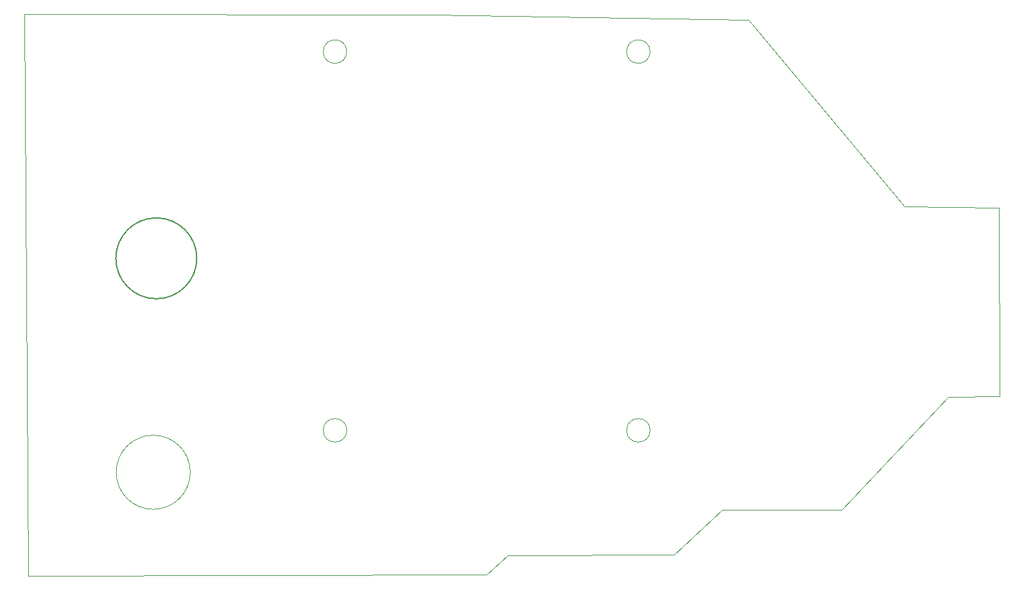
<source format=gbr>
%TF.GenerationSoftware,KiCad,Pcbnew,(6.0.9)*%
%TF.CreationDate,2023-01-06T21:02:48-09:00*%
%TF.ProjectId,FUEL PANEL,4655454c-2050-4414-9e45-4c2e6b696361,rev?*%
%TF.SameCoordinates,Original*%
%TF.FileFunction,Profile,NP*%
%FSLAX46Y46*%
G04 Gerber Fmt 4.6, Leading zero omitted, Abs format (unit mm)*
G04 Created by KiCad (PCBNEW (6.0.9)) date 2023-01-06 21:02:48*
%MOMM*%
%LPD*%
G01*
G04 APERTURE LIST*
%TA.AperFunction,Profile*%
%ADD10C,0.050000*%
%TD*%
%TA.AperFunction,Profile*%
%ADD11C,0.150000*%
%TD*%
G04 APERTURE END LIST*
D10*
X194513200Y-75844400D02*
X152755600Y-75133200D01*
X160020000Y-149047200D02*
X162763200Y-146507200D01*
X141550000Y-80000000D02*
G75*
G03*
X141550000Y-80000000I-1550000J0D01*
G01*
X220878400Y-125628400D02*
X227634800Y-125476000D01*
X152755600Y-75133200D02*
X99060000Y-75031600D01*
X227634800Y-125476000D02*
X227584000Y-100584000D01*
X162763200Y-146507200D02*
X184759600Y-146456400D01*
X191109600Y-140512800D02*
X206806800Y-140512800D01*
X181550000Y-130000000D02*
G75*
G03*
X181550000Y-130000000I-1550000J0D01*
G01*
X99060000Y-75031600D02*
X99568000Y-149199600D01*
X99568000Y-149199600D02*
X160020000Y-149047200D01*
X181550000Y-80000000D02*
G75*
G03*
X181550000Y-80000000I-1550000J0D01*
G01*
X141550000Y-130000000D02*
G75*
G03*
X141550000Y-130000000I-1550000J0D01*
G01*
X184759600Y-146456400D02*
X191109600Y-140512800D01*
X227584000Y-100584000D02*
X215138000Y-100482400D01*
X120917211Y-135534400D02*
G75*
G03*
X120917211Y-135534400I-4890011J0D01*
G01*
X206806800Y-140512800D02*
X220878400Y-125628400D01*
D11*
X121773644Y-107289600D02*
G75*
G03*
X121773644Y-107289600I-5340044J0D01*
G01*
D10*
X215138000Y-100482400D02*
X194513200Y-75844400D01*
M02*

</source>
